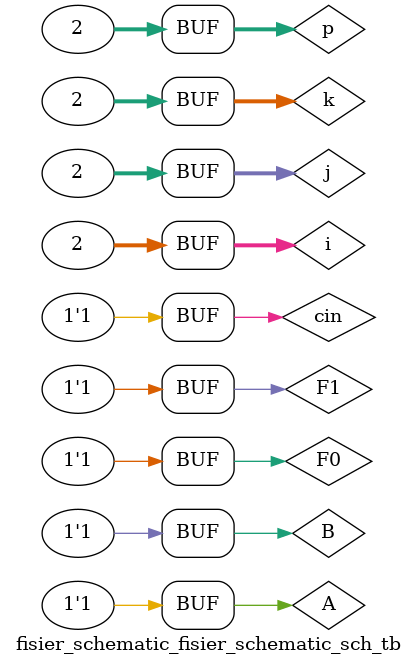
<source format=v>

`timescale 1ns / 1ps

module fisier_schematic_fisier_schematic_sch_tb();

// Inputs
   reg F0;
   reg F1;
   reg A;
   reg cin;
   reg B;

// Output
   wire Cout;
   wire F;

// Bidirs

// Instantiate the UUT
   fisier_schematic UUT (
		.F0(F0), 
		.F1(F1), 
		.A(A), 
		.Cout(Cout), 
		.F(F), 
		.cin(cin), 
		.B(B)
   );
// Initialize Inputs
	integer i, j, k, p;
   initial begin
			for(j=0; j<=1; j=j+1)
			begin
				for(k=0; k<=1; k=k+1)
				begin
					for(p=0; p<=1; p=p+1)
						for(i=0; i<=1; i=i+1)
						begin
							F1=1;
							F0=j;
							cin=k;
							A=p;
							B=i;
							#10;
						end
					end
				end
			end
endmodule

</source>
